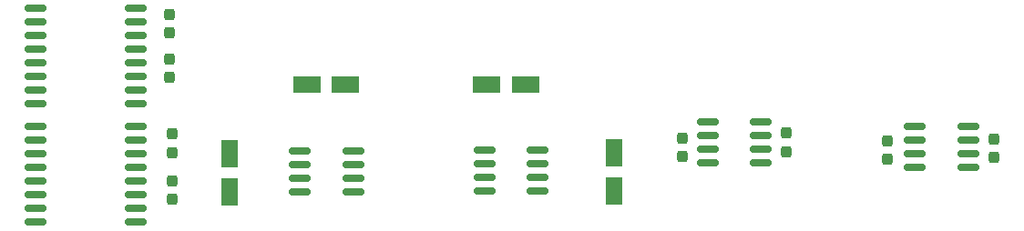
<source format=gbr>
%TF.GenerationSoftware,KiCad,Pcbnew,(7.0.0)*%
%TF.CreationDate,2023-11-09T23:31:26+01:00*%
%TF.ProjectId,xlr-inteface,786c722d-696e-4746-9566-6163652e6b69,rev?*%
%TF.SameCoordinates,Original*%
%TF.FileFunction,Paste,Bot*%
%TF.FilePolarity,Positive*%
%FSLAX46Y46*%
G04 Gerber Fmt 4.6, Leading zero omitted, Abs format (unit mm)*
G04 Created by KiCad (PCBNEW (7.0.0)) date 2023-11-09 23:31:26*
%MOMM*%
%LPD*%
G01*
G04 APERTURE LIST*
G04 Aperture macros list*
%AMRoundRect*
0 Rectangle with rounded corners*
0 $1 Rounding radius*
0 $2 $3 $4 $5 $6 $7 $8 $9 X,Y pos of 4 corners*
0 Add a 4 corners polygon primitive as box body*
4,1,4,$2,$3,$4,$5,$6,$7,$8,$9,$2,$3,0*
0 Add four circle primitives for the rounded corners*
1,1,$1+$1,$2,$3*
1,1,$1+$1,$4,$5*
1,1,$1+$1,$6,$7*
1,1,$1+$1,$8,$9*
0 Add four rect primitives between the rounded corners*
20,1,$1+$1,$2,$3,$4,$5,0*
20,1,$1+$1,$4,$5,$6,$7,0*
20,1,$1+$1,$6,$7,$8,$9,0*
20,1,$1+$1,$8,$9,$2,$3,0*%
G04 Aperture macros list end*
%ADD10RoundRect,0.150000X-0.875000X-0.150000X0.875000X-0.150000X0.875000X0.150000X-0.875000X0.150000X0*%
%ADD11RoundRect,0.237500X0.237500X-0.300000X0.237500X0.300000X-0.237500X0.300000X-0.237500X-0.300000X0*%
%ADD12RoundRect,0.150000X0.825000X0.150000X-0.825000X0.150000X-0.825000X-0.150000X0.825000X-0.150000X0*%
%ADD13RoundRect,0.250000X-1.050000X-0.550000X1.050000X-0.550000X1.050000X0.550000X-1.050000X0.550000X0*%
%ADD14RoundRect,0.250000X1.050000X0.550000X-1.050000X0.550000X-1.050000X-0.550000X1.050000X-0.550000X0*%
%ADD15RoundRect,0.250000X-0.550000X1.050000X-0.550000X-1.050000X0.550000X-1.050000X0.550000X1.050000X0*%
%ADD16RoundRect,0.150000X-0.825000X-0.150000X0.825000X-0.150000X0.825000X0.150000X-0.825000X0.150000X0*%
%ADD17RoundRect,0.237500X-0.237500X0.300000X-0.237500X-0.300000X0.237500X-0.300000X0.237500X0.300000X0*%
G04 APERTURE END LIST*
D10*
%TO.C,U1*%
X45890000Y-43830000D03*
X45890000Y-42560000D03*
X45890000Y-41290000D03*
X45890000Y-40020000D03*
X45890000Y-38750000D03*
X45890000Y-37480000D03*
X45890000Y-36210000D03*
X45890000Y-34940000D03*
X55190000Y-34940000D03*
X55190000Y-36210000D03*
X55190000Y-37480000D03*
X55190000Y-38750000D03*
X55190000Y-40020000D03*
X55190000Y-41290000D03*
X55190000Y-42560000D03*
X55190000Y-43830000D03*
%TD*%
%TO.C,U4*%
X55150000Y-54830000D03*
X55150000Y-53560000D03*
X55150000Y-52290000D03*
X55150000Y-51020000D03*
X55150000Y-49750000D03*
X55150000Y-48480000D03*
X55150000Y-47210000D03*
X55150000Y-45940000D03*
X45850000Y-45940000D03*
X45850000Y-47210000D03*
X45850000Y-48480000D03*
X45850000Y-49750000D03*
X45850000Y-51020000D03*
X45850000Y-52290000D03*
X45850000Y-53560000D03*
X45850000Y-54830000D03*
%TD*%
D11*
%TO.C,C8*%
X58550000Y-48350000D03*
X58550000Y-46625000D03*
%TD*%
D12*
%TO.C,U6*%
X92520000Y-48140000D03*
X92520000Y-49410000D03*
X92520000Y-50680000D03*
X92520000Y-51950000D03*
X87570000Y-51950000D03*
X87570000Y-50680000D03*
X87570000Y-49410000D03*
X87570000Y-48140000D03*
%TD*%
D13*
%TO.C,C9*%
X87810000Y-42050000D03*
X91410000Y-42050000D03*
%TD*%
D14*
%TO.C,C12*%
X74680000Y-42000000D03*
X71080000Y-42000000D03*
%TD*%
D15*
%TO.C,C10*%
X99630000Y-48330000D03*
X99630000Y-51930000D03*
%TD*%
D12*
%TO.C,U3*%
X132530000Y-45880000D03*
X132530000Y-47150000D03*
X132530000Y-48420000D03*
X132530000Y-49690000D03*
X127580000Y-49690000D03*
X127580000Y-48420000D03*
X127580000Y-47150000D03*
X127580000Y-45880000D03*
%TD*%
D16*
%TO.C,U5*%
X70420000Y-51960000D03*
X70420000Y-50690000D03*
X70420000Y-49420000D03*
X70420000Y-48150000D03*
X75370000Y-48150000D03*
X75370000Y-49420000D03*
X75370000Y-50690000D03*
X75370000Y-51960000D03*
%TD*%
D17*
%TO.C,C7*%
X58540000Y-50965000D03*
X58540000Y-52690000D03*
%TD*%
%TO.C,C5*%
X58290000Y-39600000D03*
X58290000Y-41325000D03*
%TD*%
%TO.C,C4*%
X115660000Y-46527500D03*
X115660000Y-48252500D03*
%TD*%
D12*
%TO.C,U2*%
X113270000Y-45460000D03*
X113270000Y-46730000D03*
X113270000Y-48000000D03*
X113270000Y-49270000D03*
X108320000Y-49270000D03*
X108320000Y-48000000D03*
X108320000Y-46730000D03*
X108320000Y-45460000D03*
%TD*%
D17*
%TO.C,C3*%
X105980000Y-46987500D03*
X105980000Y-48712500D03*
%TD*%
D11*
%TO.C,C6*%
X58310000Y-37202500D03*
X58310000Y-35477500D03*
%TD*%
D17*
%TO.C,C2*%
X134960000Y-47067500D03*
X134960000Y-48792500D03*
%TD*%
D15*
%TO.C,C11*%
X63920000Y-48410000D03*
X63920000Y-52010000D03*
%TD*%
D17*
%TO.C,C1*%
X125000000Y-47230000D03*
X125000000Y-48955000D03*
%TD*%
M02*

</source>
